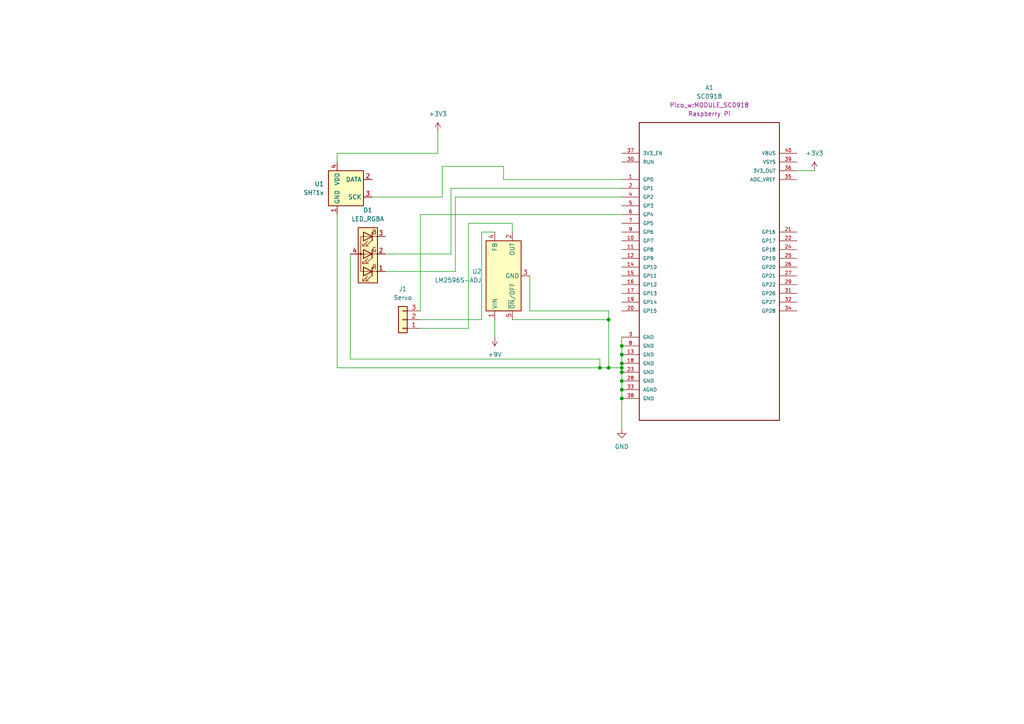
<source format=kicad_sch>
(kicad_sch
	(version 20231120)
	(generator "eeschema")
	(generator_version "8.0")
	(uuid "4e36d84e-2ea3-4de4-94d4-b5ecfd10398f")
	(paper "A4")
	(lib_symbols
		(symbol "Connector_Generic:Conn_01x03"
			(pin_names
				(offset 1.016) hide)
			(exclude_from_sim no)
			(in_bom yes)
			(on_board yes)
			(property "Reference" "J"
				(at 0 5.08 0)
				(effects
					(font
						(size 1.27 1.27)
					)
				)
			)
			(property "Value" "Conn_01x03"
				(at 0 -5.08 0)
				(effects
					(font
						(size 1.27 1.27)
					)
				)
			)
			(property "Footprint" ""
				(at 0 0 0)
				(effects
					(font
						(size 1.27 1.27)
					)
					(hide yes)
				)
			)
			(property "Datasheet" "~"
				(at 0 0 0)
				(effects
					(font
						(size 1.27 1.27)
					)
					(hide yes)
				)
			)
			(property "Description" "Generic connector, single row, 01x03, script generated (kicad-library-utils/schlib/autogen/connector/)"
				(at 0 0 0)
				(effects
					(font
						(size 1.27 1.27)
					)
					(hide yes)
				)
			)
			(property "ki_keywords" "connector"
				(at 0 0 0)
				(effects
					(font
						(size 1.27 1.27)
					)
					(hide yes)
				)
			)
			(property "ki_fp_filters" "Connector*:*_1x??_*"
				(at 0 0 0)
				(effects
					(font
						(size 1.27 1.27)
					)
					(hide yes)
				)
			)
			(symbol "Conn_01x03_1_1"
				(rectangle
					(start -1.27 -2.413)
					(end 0 -2.667)
					(stroke
						(width 0.1524)
						(type default)
					)
					(fill
						(type none)
					)
				)
				(rectangle
					(start -1.27 0.127)
					(end 0 -0.127)
					(stroke
						(width 0.1524)
						(type default)
					)
					(fill
						(type none)
					)
				)
				(rectangle
					(start -1.27 2.667)
					(end 0 2.413)
					(stroke
						(width 0.1524)
						(type default)
					)
					(fill
						(type none)
					)
				)
				(rectangle
					(start -1.27 3.81)
					(end 1.27 -3.81)
					(stroke
						(width 0.254)
						(type default)
					)
					(fill
						(type background)
					)
				)
				(pin passive line
					(at -5.08 2.54 0)
					(length 3.81)
					(name "Pin_1"
						(effects
							(font
								(size 1.27 1.27)
							)
						)
					)
					(number "1"
						(effects
							(font
								(size 1.27 1.27)
							)
						)
					)
				)
				(pin passive line
					(at -5.08 0 0)
					(length 3.81)
					(name "Pin_2"
						(effects
							(font
								(size 1.27 1.27)
							)
						)
					)
					(number "2"
						(effects
							(font
								(size 1.27 1.27)
							)
						)
					)
				)
				(pin passive line
					(at -5.08 -2.54 0)
					(length 3.81)
					(name "Pin_3"
						(effects
							(font
								(size 1.27 1.27)
							)
						)
					)
					(number "3"
						(effects
							(font
								(size 1.27 1.27)
							)
						)
					)
				)
			)
		)
		(symbol "Device:LED_RGBA"
			(pin_names
				(offset 0) hide)
			(exclude_from_sim no)
			(in_bom yes)
			(on_board yes)
			(property "Reference" "D"
				(at 0 9.398 0)
				(effects
					(font
						(size 1.27 1.27)
					)
				)
			)
			(property "Value" "LED_RGBA"
				(at 0 -8.89 0)
				(effects
					(font
						(size 1.27 1.27)
					)
				)
			)
			(property "Footprint" ""
				(at 0 -1.27 0)
				(effects
					(font
						(size 1.27 1.27)
					)
					(hide yes)
				)
			)
			(property "Datasheet" "~"
				(at 0 -1.27 0)
				(effects
					(font
						(size 1.27 1.27)
					)
					(hide yes)
				)
			)
			(property "Description" "RGB LED, red/green/blue/anode"
				(at 0 0 0)
				(effects
					(font
						(size 1.27 1.27)
					)
					(hide yes)
				)
			)
			(property "ki_keywords" "LED RGB diode"
				(at 0 0 0)
				(effects
					(font
						(size 1.27 1.27)
					)
					(hide yes)
				)
			)
			(property "ki_fp_filters" "LED* LED_SMD:* LED_THT:*"
				(at 0 0 0)
				(effects
					(font
						(size 1.27 1.27)
					)
					(hide yes)
				)
			)
			(symbol "LED_RGBA_0_0"
				(text "B"
					(at -1.905 -6.35 0)
					(effects
						(font
							(size 1.27 1.27)
						)
					)
				)
				(text "G"
					(at -1.905 -1.27 0)
					(effects
						(font
							(size 1.27 1.27)
						)
					)
				)
				(text "R"
					(at -1.905 3.81 0)
					(effects
						(font
							(size 1.27 1.27)
						)
					)
				)
			)
			(symbol "LED_RGBA_0_1"
				(polyline
					(pts
						(xy -1.27 -5.08) (xy -2.54 -5.08)
					)
					(stroke
						(width 0)
						(type default)
					)
					(fill
						(type none)
					)
				)
				(polyline
					(pts
						(xy -1.27 -5.08) (xy 1.27 -5.08)
					)
					(stroke
						(width 0)
						(type default)
					)
					(fill
						(type none)
					)
				)
				(polyline
					(pts
						(xy -1.27 -3.81) (xy -1.27 -6.35)
					)
					(stroke
						(width 0.254)
						(type default)
					)
					(fill
						(type none)
					)
				)
				(polyline
					(pts
						(xy -1.27 0) (xy -2.54 0)
					)
					(stroke
						(width 0)
						(type default)
					)
					(fill
						(type none)
					)
				)
				(polyline
					(pts
						(xy -1.27 1.27) (xy -1.27 -1.27)
					)
					(stroke
						(width 0.254)
						(type default)
					)
					(fill
						(type none)
					)
				)
				(polyline
					(pts
						(xy -1.27 5.08) (xy -2.54 5.08)
					)
					(stroke
						(width 0)
						(type default)
					)
					(fill
						(type none)
					)
				)
				(polyline
					(pts
						(xy -1.27 5.08) (xy 1.27 5.08)
					)
					(stroke
						(width 0)
						(type default)
					)
					(fill
						(type none)
					)
				)
				(polyline
					(pts
						(xy -1.27 6.35) (xy -1.27 3.81)
					)
					(stroke
						(width 0.254)
						(type default)
					)
					(fill
						(type none)
					)
				)
				(polyline
					(pts
						(xy 1.27 0) (xy -1.27 0)
					)
					(stroke
						(width 0)
						(type default)
					)
					(fill
						(type none)
					)
				)
				(polyline
					(pts
						(xy 1.27 0) (xy 2.54 0)
					)
					(stroke
						(width 0)
						(type default)
					)
					(fill
						(type none)
					)
				)
				(polyline
					(pts
						(xy -1.27 1.27) (xy -1.27 -1.27) (xy -1.27 -1.27)
					)
					(stroke
						(width 0)
						(type default)
					)
					(fill
						(type none)
					)
				)
				(polyline
					(pts
						(xy -1.27 6.35) (xy -1.27 3.81) (xy -1.27 3.81)
					)
					(stroke
						(width 0)
						(type default)
					)
					(fill
						(type none)
					)
				)
				(polyline
					(pts
						(xy 1.27 -5.08) (xy 2.032 -5.08) (xy 2.032 5.08) (xy 1.27 5.08)
					)
					(stroke
						(width 0)
						(type default)
					)
					(fill
						(type none)
					)
				)
				(polyline
					(pts
						(xy 1.27 -3.81) (xy 1.27 -6.35) (xy -1.27 -5.08) (xy 1.27 -3.81)
					)
					(stroke
						(width 0.254)
						(type default)
					)
					(fill
						(type none)
					)
				)
				(polyline
					(pts
						(xy 1.27 1.27) (xy 1.27 -1.27) (xy -1.27 0) (xy 1.27 1.27)
					)
					(stroke
						(width 0.254)
						(type default)
					)
					(fill
						(type none)
					)
				)
				(polyline
					(pts
						(xy 1.27 6.35) (xy 1.27 3.81) (xy -1.27 5.08) (xy 1.27 6.35)
					)
					(stroke
						(width 0.254)
						(type default)
					)
					(fill
						(type none)
					)
				)
				(polyline
					(pts
						(xy -1.016 -3.81) (xy 0.508 -2.286) (xy -0.254 -2.286) (xy 0.508 -2.286) (xy 0.508 -3.048)
					)
					(stroke
						(width 0)
						(type default)
					)
					(fill
						(type none)
					)
				)
				(polyline
					(pts
						(xy -1.016 1.27) (xy 0.508 2.794) (xy -0.254 2.794) (xy 0.508 2.794) (xy 0.508 2.032)
					)
					(stroke
						(width 0)
						(type default)
					)
					(fill
						(type none)
					)
				)
				(polyline
					(pts
						(xy -1.016 6.35) (xy 0.508 7.874) (xy -0.254 7.874) (xy 0.508 7.874) (xy 0.508 7.112)
					)
					(stroke
						(width 0)
						(type default)
					)
					(fill
						(type none)
					)
				)
				(polyline
					(pts
						(xy 0 -3.81) (xy 1.524 -2.286) (xy 0.762 -2.286) (xy 1.524 -2.286) (xy 1.524 -3.048)
					)
					(stroke
						(width 0)
						(type default)
					)
					(fill
						(type none)
					)
				)
				(polyline
					(pts
						(xy 0 1.27) (xy 1.524 2.794) (xy 0.762 2.794) (xy 1.524 2.794) (xy 1.524 2.032)
					)
					(stroke
						(width 0)
						(type default)
					)
					(fill
						(type none)
					)
				)
				(polyline
					(pts
						(xy 0 6.35) (xy 1.524 7.874) (xy 0.762 7.874) (xy 1.524 7.874) (xy 1.524 7.112)
					)
					(stroke
						(width 0)
						(type default)
					)
					(fill
						(type none)
					)
				)
				(rectangle
					(start 1.27 -1.27)
					(end 1.27 1.27)
					(stroke
						(width 0)
						(type default)
					)
					(fill
						(type none)
					)
				)
				(rectangle
					(start 1.27 1.27)
					(end 1.27 1.27)
					(stroke
						(width 0)
						(type default)
					)
					(fill
						(type none)
					)
				)
				(rectangle
					(start 1.27 3.81)
					(end 1.27 6.35)
					(stroke
						(width 0)
						(type default)
					)
					(fill
						(type none)
					)
				)
				(rectangle
					(start 1.27 6.35)
					(end 1.27 6.35)
					(stroke
						(width 0)
						(type default)
					)
					(fill
						(type none)
					)
				)
				(circle
					(center 2.032 0)
					(radius 0.254)
					(stroke
						(width 0)
						(type default)
					)
					(fill
						(type outline)
					)
				)
				(rectangle
					(start 2.794 8.382)
					(end -2.794 -7.62)
					(stroke
						(width 0.254)
						(type default)
					)
					(fill
						(type background)
					)
				)
			)
			(symbol "LED_RGBA_1_1"
				(pin passive line
					(at -5.08 5.08 0)
					(length 2.54)
					(name "RK"
						(effects
							(font
								(size 1.27 1.27)
							)
						)
					)
					(number "1"
						(effects
							(font
								(size 1.27 1.27)
							)
						)
					)
				)
				(pin passive line
					(at -5.08 0 0)
					(length 2.54)
					(name "GK"
						(effects
							(font
								(size 1.27 1.27)
							)
						)
					)
					(number "2"
						(effects
							(font
								(size 1.27 1.27)
							)
						)
					)
				)
				(pin passive line
					(at -5.08 -5.08 0)
					(length 2.54)
					(name "BK"
						(effects
							(font
								(size 1.27 1.27)
							)
						)
					)
					(number "3"
						(effects
							(font
								(size 1.27 1.27)
							)
						)
					)
				)
				(pin passive line
					(at 5.08 0 180)
					(length 2.54)
					(name "A"
						(effects
							(font
								(size 1.27 1.27)
							)
						)
					)
					(number "4"
						(effects
							(font
								(size 1.27 1.27)
							)
						)
					)
				)
			)
		)
		(symbol "Pico_w:SC0918"
			(pin_names
				(offset 1.016)
			)
			(exclude_from_sim no)
			(in_bom yes)
			(on_board yes)
			(property "Reference" "A1"
				(at 0 58.42 0)
				(effects
					(font
						(size 1.27 1.27)
					)
				)
			)
			(property "Value" "SC0918"
				(at 0 55.88 0)
				(effects
					(font
						(size 1.27 1.27)
					)
				)
			)
			(property "Footprint" "Pico_w:MODULE_SC0918"
				(at -12.7 -46.99 0)
				(effects
					(font
						(size 1.27 1.27)
					)
					(justify bottom)
				)
			)
			(property "Datasheet" "https://datasheets.raspberrypi.com/picow/pico-w-datasheet.pdf"
				(at -26.67 -49.53 0)
				(effects
					(font
						(size 1.27 1.27)
					)
					(justify left bottom)
					(hide yes)
				)
			)
			(property "Description" ""
				(at 0 0 0)
				(effects
					(font
						(size 1.27 1.27)
					)
					(hide yes)
				)
			)
			(property "manufacturer" "Raspberry Pi"
				(at 0 53.34 0)
				(effects
					(font
						(size 1.27 1.27)
					)
				)
			)
			(property "P/N" "SC0918"
				(at 0 50.8 0)
				(effects
					(font
						(size 1.27 1.27)
					)
					(hide yes)
				)
			)
			(property "PARTREV" "1.6"
				(at 0 48.26 0)
				(effects
					(font
						(size 1.27 1.27)
					)
					(hide yes)
				)
			)
			(property "MAXIMUM_PACKAGE_HEIGHT" "3.73mm"
				(at 0 45.72 0)
				(effects
					(font
						(size 1.27 1.27)
					)
					(hide yes)
				)
			)
			(symbol "SC0918_0_0"
				(rectangle
					(start -20.32 -43.18)
					(end 20.32 43.18)
					(stroke
						(width 0.254)
						(type default)
					)
					(fill
						(type none)
					)
				)
				(pin bidirectional line
					(at -25.4 26.67 0)
					(length 5.08)
					(name "GP0"
						(effects
							(font
								(size 1.016 1.016)
							)
						)
					)
					(number "1"
						(effects
							(font
								(size 1.016 1.016)
							)
						)
					)
				)
				(pin bidirectional line
					(at -25.4 8.89 0)
					(length 5.08)
					(name "GP7"
						(effects
							(font
								(size 1.016 1.016)
							)
						)
					)
					(number "10"
						(effects
							(font
								(size 1.016 1.016)
							)
						)
					)
				)
				(pin bidirectional line
					(at -25.4 6.35 0)
					(length 5.08)
					(name "GP8"
						(effects
							(font
								(size 1.016 1.016)
							)
						)
					)
					(number "11"
						(effects
							(font
								(size 1.016 1.016)
							)
						)
					)
				)
				(pin bidirectional line
					(at -25.4 3.81 0)
					(length 5.08)
					(name "GP9"
						(effects
							(font
								(size 1.016 1.016)
							)
						)
					)
					(number "12"
						(effects
							(font
								(size 1.016 1.016)
							)
						)
					)
				)
				(pin power_in line
					(at -25.4 -24.13 0)
					(length 5.08)
					(name "GND"
						(effects
							(font
								(size 1.016 1.016)
							)
						)
					)
					(number "13"
						(effects
							(font
								(size 1.016 1.016)
							)
						)
					)
				)
				(pin bidirectional line
					(at -25.4 1.27 0)
					(length 5.08)
					(name "GP10"
						(effects
							(font
								(size 1.016 1.016)
							)
						)
					)
					(number "14"
						(effects
							(font
								(size 1.016 1.016)
							)
						)
					)
				)
				(pin bidirectional line
					(at -25.4 -1.27 0)
					(length 5.08)
					(name "GP11"
						(effects
							(font
								(size 1.016 1.016)
							)
						)
					)
					(number "15"
						(effects
							(font
								(size 1.016 1.016)
							)
						)
					)
				)
				(pin bidirectional line
					(at -25.4 -3.81 0)
					(length 5.08)
					(name "GP12"
						(effects
							(font
								(size 1.016 1.016)
							)
						)
					)
					(number "16"
						(effects
							(font
								(size 1.016 1.016)
							)
						)
					)
				)
				(pin bidirectional line
					(at -25.4 -6.35 0)
					(length 5.08)
					(name "GP13"
						(effects
							(font
								(size 1.016 1.016)
							)
						)
					)
					(number "17"
						(effects
							(font
								(size 1.016 1.016)
							)
						)
					)
				)
				(pin power_in line
					(at -25.4 -26.67 0)
					(length 5.08)
					(name "GND"
						(effects
							(font
								(size 1.016 1.016)
							)
						)
					)
					(number "18"
						(effects
							(font
								(size 1.016 1.016)
							)
						)
					)
				)
				(pin bidirectional line
					(at -25.4 -8.89 0)
					(length 5.08)
					(name "GP14"
						(effects
							(font
								(size 1.016 1.016)
							)
						)
					)
					(number "19"
						(effects
							(font
								(size 1.016 1.016)
							)
						)
					)
				)
				(pin bidirectional line
					(at -25.4 24.13 0)
					(length 5.08)
					(name "GP1"
						(effects
							(font
								(size 1.016 1.016)
							)
						)
					)
					(number "2"
						(effects
							(font
								(size 1.016 1.016)
							)
						)
					)
				)
				(pin bidirectional line
					(at -25.4 -11.43 0)
					(length 5.08)
					(name "GP15"
						(effects
							(font
								(size 1.016 1.016)
							)
						)
					)
					(number "20"
						(effects
							(font
								(size 1.016 1.016)
							)
						)
					)
				)
				(pin bidirectional line
					(at 25.4 11.43 180)
					(length 5.08)
					(name "GP16"
						(effects
							(font
								(size 1.016 1.016)
							)
						)
					)
					(number "21"
						(effects
							(font
								(size 1.016 1.016)
							)
						)
					)
				)
				(pin bidirectional line
					(at 25.4 8.89 180)
					(length 5.08)
					(name "GP17"
						(effects
							(font
								(size 1.016 1.016)
							)
						)
					)
					(number "22"
						(effects
							(font
								(size 1.016 1.016)
							)
						)
					)
				)
				(pin power_in line
					(at -25.4 -29.21 0)
					(length 5.08)
					(name "GND"
						(effects
							(font
								(size 1.016 1.016)
							)
						)
					)
					(number "23"
						(effects
							(font
								(size 1.016 1.016)
							)
						)
					)
				)
				(pin bidirectional line
					(at 25.4 6.35 180)
					(length 5.08)
					(name "GP18"
						(effects
							(font
								(size 1.016 1.016)
							)
						)
					)
					(number "24"
						(effects
							(font
								(size 1.016 1.016)
							)
						)
					)
				)
				(pin bidirectional line
					(at 25.4 3.81 180)
					(length 5.08)
					(name "GP19"
						(effects
							(font
								(size 1.016 1.016)
							)
						)
					)
					(number "25"
						(effects
							(font
								(size 1.016 1.016)
							)
						)
					)
				)
				(pin bidirectional line
					(at 25.4 1.27 180)
					(length 5.08)
					(name "GP20"
						(effects
							(font
								(size 1.016 1.016)
							)
						)
					)
					(number "26"
						(effects
							(font
								(size 1.016 1.016)
							)
						)
					)
				)
				(pin bidirectional line
					(at 25.4 -1.27 180)
					(length 5.08)
					(name "GP21"
						(effects
							(font
								(size 1.016 1.016)
							)
						)
					)
					(number "27"
						(effects
							(font
								(size 1.016 1.016)
							)
						)
					)
				)
				(pin power_in line
					(at -25.4 -31.75 0)
					(length 5.08)
					(name "GND"
						(effects
							(font
								(size 1.016 1.016)
							)
						)
					)
					(number "28"
						(effects
							(font
								(size 1.016 1.016)
							)
						)
					)
				)
				(pin bidirectional line
					(at 25.4 -3.81 180)
					(length 5.08)
					(name "GP22"
						(effects
							(font
								(size 1.016 1.016)
							)
						)
					)
					(number "29"
						(effects
							(font
								(size 1.016 1.016)
							)
						)
					)
				)
				(pin power_in line
					(at -25.4 -19.05 0)
					(length 5.08)
					(name "GND"
						(effects
							(font
								(size 1.016 1.016)
							)
						)
					)
					(number "3"
						(effects
							(font
								(size 1.016 1.016)
							)
						)
					)
				)
				(pin input line
					(at -25.4 31.75 0)
					(length 5.08)
					(name "RUN"
						(effects
							(font
								(size 1.016 1.016)
							)
						)
					)
					(number "30"
						(effects
							(font
								(size 1.016 1.016)
							)
						)
					)
				)
				(pin bidirectional line
					(at 25.4 -6.35 180)
					(length 5.08)
					(name "GP26"
						(effects
							(font
								(size 1.016 1.016)
							)
						)
					)
					(number "31"
						(effects
							(font
								(size 1.016 1.016)
							)
						)
					)
				)
				(pin bidirectional line
					(at 25.4 -8.89 180)
					(length 5.08)
					(name "GP27"
						(effects
							(font
								(size 1.016 1.016)
							)
						)
					)
					(number "32"
						(effects
							(font
								(size 1.016 1.016)
							)
						)
					)
				)
				(pin power_in line
					(at -25.4 -34.29 0)
					(length 5.08)
					(name "AGND"
						(effects
							(font
								(size 1.016 1.016)
							)
						)
					)
					(number "33"
						(effects
							(font
								(size 1.016 1.016)
							)
						)
					)
				)
				(pin bidirectional line
					(at 25.4 -11.43 180)
					(length 5.08)
					(name "GP28"
						(effects
							(font
								(size 1.016 1.016)
							)
						)
					)
					(number "34"
						(effects
							(font
								(size 1.016 1.016)
							)
						)
					)
				)
				(pin power_in line
					(at 25.4 26.67 180)
					(length 5.08)
					(name "ADC_VREF"
						(effects
							(font
								(size 1.016 1.016)
							)
						)
					)
					(number "35"
						(effects
							(font
								(size 1.016 1.016)
							)
						)
					)
				)
				(pin power_in line
					(at 25.4 29.21 180)
					(length 5.08)
					(name "3V3_OUT"
						(effects
							(font
								(size 1.016 1.016)
							)
						)
					)
					(number "36"
						(effects
							(font
								(size 1.016 1.016)
							)
						)
					)
				)
				(pin input line
					(at -25.4 34.29 0)
					(length 5.08)
					(name "3V3_EN"
						(effects
							(font
								(size 1.016 1.016)
							)
						)
					)
					(number "37"
						(effects
							(font
								(size 1.016 1.016)
							)
						)
					)
				)
				(pin power_in line
					(at -25.4 -36.83 0)
					(length 5.08)
					(name "GND"
						(effects
							(font
								(size 1.016 1.016)
							)
						)
					)
					(number "38"
						(effects
							(font
								(size 1.016 1.016)
							)
						)
					)
				)
				(pin free line
					(at 25.4 31.75 180)
					(length 5.08)
					(name "VSYS"
						(effects
							(font
								(size 1.016 1.016)
							)
						)
					)
					(number "39"
						(effects
							(font
								(size 1.016 1.016)
							)
						)
					)
				)
				(pin bidirectional line
					(at -25.4 21.59 0)
					(length 5.08)
					(name "GP2"
						(effects
							(font
								(size 1.016 1.016)
							)
						)
					)
					(number "4"
						(effects
							(font
								(size 1.016 1.016)
							)
						)
					)
				)
				(pin free line
					(at 25.4 34.29 180)
					(length 5.08)
					(name "VBUS"
						(effects
							(font
								(size 1.016 1.016)
							)
						)
					)
					(number "40"
						(effects
							(font
								(size 1.016 1.016)
							)
						)
					)
				)
				(pin bidirectional line
					(at -25.4 19.05 0)
					(length 5.08)
					(name "GP3"
						(effects
							(font
								(size 1.016 1.016)
							)
						)
					)
					(number "5"
						(effects
							(font
								(size 1.016 1.016)
							)
						)
					)
				)
				(pin bidirectional line
					(at -25.4 16.51 0)
					(length 5.08)
					(name "GP4"
						(effects
							(font
								(size 1.016 1.016)
							)
						)
					)
					(number "6"
						(effects
							(font
								(size 1.016 1.016)
							)
						)
					)
				)
				(pin bidirectional line
					(at -25.4 13.97 0)
					(length 5.08)
					(name "GP5"
						(effects
							(font
								(size 1.016 1.016)
							)
						)
					)
					(number "7"
						(effects
							(font
								(size 1.016 1.016)
							)
						)
					)
				)
				(pin power_in line
					(at -25.4 -21.59 0)
					(length 5.08)
					(name "GND"
						(effects
							(font
								(size 1.016 1.016)
							)
						)
					)
					(number "8"
						(effects
							(font
								(size 1.016 1.016)
							)
						)
					)
				)
				(pin bidirectional line
					(at -25.4 11.43 0)
					(length 5.08)
					(name "GP6"
						(effects
							(font
								(size 1.016 1.016)
							)
						)
					)
					(number "9"
						(effects
							(font
								(size 1.016 1.016)
							)
						)
					)
				)
			)
		)
		(symbol "Regulator_Switching:LM2596S-ADJ"
			(exclude_from_sim no)
			(in_bom yes)
			(on_board yes)
			(property "Reference" "U"
				(at -10.16 6.35 0)
				(effects
					(font
						(size 1.27 1.27)
					)
					(justify left)
				)
			)
			(property "Value" "LM2596S-ADJ"
				(at 0 6.35 0)
				(effects
					(font
						(size 1.27 1.27)
					)
					(justify left)
				)
			)
			(property "Footprint" "Package_TO_SOT_SMD:TO-263-5_TabPin3"
				(at 1.27 -6.35 0)
				(effects
					(font
						(size 1.27 1.27)
						(italic yes)
					)
					(justify left)
					(hide yes)
				)
			)
			(property "Datasheet" "http://www.ti.com/lit/ds/symlink/lm2596.pdf"
				(at 0 0 0)
				(effects
					(font
						(size 1.27 1.27)
					)
					(hide yes)
				)
			)
			(property "Description" "Adjustable 3A Step-Down Voltage Regulator, TO-263"
				(at 0 0 0)
				(effects
					(font
						(size 1.27 1.27)
					)
					(hide yes)
				)
			)
			(property "ki_keywords" "Step-Down Voltage Regulator Adjustable 3A"
				(at 0 0 0)
				(effects
					(font
						(size 1.27 1.27)
					)
					(hide yes)
				)
			)
			(property "ki_fp_filters" "TO?263*"
				(at 0 0 0)
				(effects
					(font
						(size 1.27 1.27)
					)
					(hide yes)
				)
			)
			(symbol "LM2596S-ADJ_0_1"
				(rectangle
					(start -10.16 5.08)
					(end 10.16 -5.08)
					(stroke
						(width 0.254)
						(type default)
					)
					(fill
						(type background)
					)
				)
			)
			(symbol "LM2596S-ADJ_1_1"
				(pin power_in line
					(at -12.7 2.54 0)
					(length 2.54)
					(name "VIN"
						(effects
							(font
								(size 1.27 1.27)
							)
						)
					)
					(number "1"
						(effects
							(font
								(size 1.27 1.27)
							)
						)
					)
				)
				(pin output line
					(at 12.7 -2.54 180)
					(length 2.54)
					(name "OUT"
						(effects
							(font
								(size 1.27 1.27)
							)
						)
					)
					(number "2"
						(effects
							(font
								(size 1.27 1.27)
							)
						)
					)
				)
				(pin power_in line
					(at 0 -7.62 90)
					(length 2.54)
					(name "GND"
						(effects
							(font
								(size 1.27 1.27)
							)
						)
					)
					(number "3"
						(effects
							(font
								(size 1.27 1.27)
							)
						)
					)
				)
				(pin input line
					(at 12.7 2.54 180)
					(length 2.54)
					(name "FB"
						(effects
							(font
								(size 1.27 1.27)
							)
						)
					)
					(number "4"
						(effects
							(font
								(size 1.27 1.27)
							)
						)
					)
				)
				(pin input line
					(at -12.7 -2.54 0)
					(length 2.54)
					(name "~{ON}/OFF"
						(effects
							(font
								(size 1.27 1.27)
							)
						)
					)
					(number "5"
						(effects
							(font
								(size 1.27 1.27)
							)
						)
					)
				)
			)
		)
		(symbol "Sensor:SHT1x"
			(exclude_from_sim no)
			(in_bom yes)
			(on_board yes)
			(property "Reference" "U"
				(at 3.81 6.35 0)
				(effects
					(font
						(size 1.27 1.27)
					)
				)
			)
			(property "Value" "SHT1x"
				(at 2.54 -6.35 0)
				(effects
					(font
						(size 1.27 1.27)
					)
				)
			)
			(property "Footprint" "Sensor:SHT1x"
				(at 3.81 6.35 0)
				(effects
					(font
						(size 1.27 1.27)
					)
					(hide yes)
				)
			)
			(property "Datasheet" "https://www.sensirion.com/fileadmin/user_upload/customers/sensirion/Dokumente/0_Datasheets/Humidity/Sensirion_Humidity_Sensors_SHT1x_Datasheet.pdf"
				(at 3.81 6.35 0)
				(effects
					(font
						(size 1.27 1.27)
					)
					(hide yes)
				)
			)
			(property "Description" "Temperature and humidity module"
				(at 0 0 0)
				(effects
					(font
						(size 1.27 1.27)
					)
					(hide yes)
				)
			)
			(property "ki_keywords" "digital temperature humidity sensor"
				(at 0 0 0)
				(effects
					(font
						(size 1.27 1.27)
					)
					(hide yes)
				)
			)
			(property "ki_fp_filters" "SHT1x*"
				(at 0 0 0)
				(effects
					(font
						(size 1.27 1.27)
					)
					(hide yes)
				)
			)
			(symbol "SHT1x_0_1"
				(rectangle
					(start -5.08 5.08)
					(end 5.08 -5.08)
					(stroke
						(width 0.254)
						(type default)
					)
					(fill
						(type background)
					)
				)
			)
			(symbol "SHT1x_1_1"
				(pin power_in line
					(at -2.54 -7.62 90)
					(length 2.54)
					(name "GND"
						(effects
							(font
								(size 1.27 1.27)
							)
						)
					)
					(number "1"
						(effects
							(font
								(size 1.27 1.27)
							)
						)
					)
				)
				(pin bidirectional line
					(at 7.62 2.54 180)
					(length 2.54)
					(name "DATA"
						(effects
							(font
								(size 1.27 1.27)
							)
						)
					)
					(number "2"
						(effects
							(font
								(size 1.27 1.27)
							)
						)
					)
				)
				(pin input line
					(at 7.62 -2.54 180)
					(length 2.54)
					(name "SCK"
						(effects
							(font
								(size 1.27 1.27)
							)
						)
					)
					(number "3"
						(effects
							(font
								(size 1.27 1.27)
							)
						)
					)
				)
				(pin power_in line
					(at -2.54 7.62 270)
					(length 2.54)
					(name "VDD"
						(effects
							(font
								(size 1.27 1.27)
							)
						)
					)
					(number "4"
						(effects
							(font
								(size 1.27 1.27)
							)
						)
					)
				)
			)
		)
		(symbol "power:+3V3"
			(power)
			(pin_numbers hide)
			(pin_names
				(offset 0) hide)
			(exclude_from_sim no)
			(in_bom yes)
			(on_board yes)
			(property "Reference" "#PWR"
				(at 0 -3.81 0)
				(effects
					(font
						(size 1.27 1.27)
					)
					(hide yes)
				)
			)
			(property "Value" "+3V3"
				(at 0 3.556 0)
				(effects
					(font
						(size 1.27 1.27)
					)
				)
			)
			(property "Footprint" ""
				(at 0 0 0)
				(effects
					(font
						(size 1.27 1.27)
					)
					(hide yes)
				)
			)
			(property "Datasheet" ""
				(at 0 0 0)
				(effects
					(font
						(size 1.27 1.27)
					)
					(hide yes)
				)
			)
			(property "Description" "Power symbol creates a global label with name \"+3V3\""
				(at 0 0 0)
				(effects
					(font
						(size 1.27 1.27)
					)
					(hide yes)
				)
			)
			(property "ki_keywords" "global power"
				(at 0 0 0)
				(effects
					(font
						(size 1.27 1.27)
					)
					(hide yes)
				)
			)
			(symbol "+3V3_0_1"
				(polyline
					(pts
						(xy -0.762 1.27) (xy 0 2.54)
					)
					(stroke
						(width 0)
						(type default)
					)
					(fill
						(type none)
					)
				)
				(polyline
					(pts
						(xy 0 0) (xy 0 2.54)
					)
					(stroke
						(width 0)
						(type default)
					)
					(fill
						(type none)
					)
				)
				(polyline
					(pts
						(xy 0 2.54) (xy 0.762 1.27)
					)
					(stroke
						(width 0)
						(type default)
					)
					(fill
						(type none)
					)
				)
			)
			(symbol "+3V3_1_1"
				(pin power_in line
					(at 0 0 90)
					(length 0)
					(name "~"
						(effects
							(font
								(size 1.27 1.27)
							)
						)
					)
					(number "1"
						(effects
							(font
								(size 1.27 1.27)
							)
						)
					)
				)
			)
		)
		(symbol "power:+9V"
			(power)
			(pin_numbers hide)
			(pin_names
				(offset 0) hide)
			(exclude_from_sim no)
			(in_bom yes)
			(on_board yes)
			(property "Reference" "#PWR"
				(at 0 -3.81 0)
				(effects
					(font
						(size 1.27 1.27)
					)
					(hide yes)
				)
			)
			(property "Value" "+9V"
				(at 0 3.556 0)
				(effects
					(font
						(size 1.27 1.27)
					)
				)
			)
			(property "Footprint" ""
				(at 0 0 0)
				(effects
					(font
						(size 1.27 1.27)
					)
					(hide yes)
				)
			)
			(property "Datasheet" ""
				(at 0 0 0)
				(effects
					(font
						(size 1.27 1.27)
					)
					(hide yes)
				)
			)
			(property "Description" "Power symbol creates a global label with name \"+9V\""
				(at 0 0 0)
				(effects
					(font
						(size 1.27 1.27)
					)
					(hide yes)
				)
			)
			(property "ki_keywords" "global power"
				(at 0 0 0)
				(effects
					(font
						(size 1.27 1.27)
					)
					(hide yes)
				)
			)
			(symbol "+9V_0_1"
				(polyline
					(pts
						(xy -0.762 1.27) (xy 0 2.54)
					)
					(stroke
						(width 0)
						(type default)
					)
					(fill
						(type none)
					)
				)
				(polyline
					(pts
						(xy 0 0) (xy 0 2.54)
					)
					(stroke
						(width 0)
						(type default)
					)
					(fill
						(type none)
					)
				)
				(polyline
					(pts
						(xy 0 2.54) (xy 0.762 1.27)
					)
					(stroke
						(width 0)
						(type default)
					)
					(fill
						(type none)
					)
				)
			)
			(symbol "+9V_1_1"
				(pin power_in line
					(at 0 0 90)
					(length 0)
					(name "~"
						(effects
							(font
								(size 1.27 1.27)
							)
						)
					)
					(number "1"
						(effects
							(font
								(size 1.27 1.27)
							)
						)
					)
				)
			)
		)
		(symbol "power:GND"
			(power)
			(pin_numbers hide)
			(pin_names
				(offset 0) hide)
			(exclude_from_sim no)
			(in_bom yes)
			(on_board yes)
			(property "Reference" "#PWR"
				(at 0 -6.35 0)
				(effects
					(font
						(size 1.27 1.27)
					)
					(hide yes)
				)
			)
			(property "Value" "GND"
				(at 0 -3.81 0)
				(effects
					(font
						(size 1.27 1.27)
					)
				)
			)
			(property "Footprint" ""
				(at 0 0 0)
				(effects
					(font
						(size 1.27 1.27)
					)
					(hide yes)
				)
			)
			(property "Datasheet" ""
				(at 0 0 0)
				(effects
					(font
						(size 1.27 1.27)
					)
					(hide yes)
				)
			)
			(property "Description" "Power symbol creates a global label with name \"GND\" , ground"
				(at 0 0 0)
				(effects
					(font
						(size 1.27 1.27)
					)
					(hide yes)
				)
			)
			(property "ki_keywords" "global power"
				(at 0 0 0)
				(effects
					(font
						(size 1.27 1.27)
					)
					(hide yes)
				)
			)
			(symbol "GND_0_1"
				(polyline
					(pts
						(xy 0 0) (xy 0 -1.27) (xy 1.27 -1.27) (xy 0 -2.54) (xy -1.27 -1.27) (xy 0 -1.27)
					)
					(stroke
						(width 0)
						(type default)
					)
					(fill
						(type none)
					)
				)
			)
			(symbol "GND_1_1"
				(pin power_in line
					(at 0 0 270)
					(length 0)
					(name "~"
						(effects
							(font
								(size 1.27 1.27)
							)
						)
					)
					(number "1"
						(effects
							(font
								(size 1.27 1.27)
							)
						)
					)
				)
			)
		)
	)
	(junction
		(at 180.34 106.68)
		(diameter 0)
		(color 0 0 0 0)
		(uuid "02ac0faa-f1d5-465a-895b-0a53c81cdb40")
	)
	(junction
		(at 176.53 92.71)
		(diameter 0)
		(color 0 0 0 0)
		(uuid "12dde0d9-d4b2-46ca-87f9-693b87637158")
	)
	(junction
		(at 180.34 113.03)
		(diameter 0)
		(color 0 0 0 0)
		(uuid "1d4ca72f-577d-4c80-932a-840d8e891899")
	)
	(junction
		(at 180.34 102.87)
		(diameter 0)
		(color 0 0 0 0)
		(uuid "2e2d5afb-88ab-4115-a339-f54a7921aede")
	)
	(junction
		(at 180.34 105.41)
		(diameter 0)
		(color 0 0 0 0)
		(uuid "42afc902-df6c-47f2-9be6-fe78649d6540")
	)
	(junction
		(at 176.53 106.68)
		(diameter 0)
		(color 0 0 0 0)
		(uuid "7626a569-8168-463e-b251-6bf571a96964")
	)
	(junction
		(at 180.34 110.49)
		(diameter 0)
		(color 0 0 0 0)
		(uuid "8b960969-f4c7-4d0d-a21d-c1ab6fda09d8")
	)
	(junction
		(at 180.34 115.57)
		(diameter 0)
		(color 0 0 0 0)
		(uuid "9e57f9d8-4a23-4f14-a357-1a143d5e3114")
	)
	(junction
		(at 173.99 106.68)
		(diameter 0)
		(color 0 0 0 0)
		(uuid "a7d2ad4c-beca-4c7d-9644-e34099dd1047")
	)
	(junction
		(at 180.34 100.33)
		(diameter 0)
		(color 0 0 0 0)
		(uuid "aee56728-d0d0-4efd-98bc-8225acbff773")
	)
	(junction
		(at 180.34 107.95)
		(diameter 0)
		(color 0 0 0 0)
		(uuid "c0f1bedb-7428-4dbb-b316-83014bd8cc3d")
	)
	(wire
		(pts
			(xy 128.27 48.26) (xy 128.27 57.15)
		)
		(stroke
			(width 0)
			(type default)
		)
		(uuid "030f86bb-09ba-4756-be15-f6941a718b93")
	)
	(wire
		(pts
			(xy 176.53 106.68) (xy 180.34 106.68)
		)
		(stroke
			(width 0)
			(type default)
		)
		(uuid "068d5c61-77ec-47ea-aa75-5faa5e4124c6")
	)
	(wire
		(pts
			(xy 180.34 107.95) (xy 180.34 110.49)
		)
		(stroke
			(width 0)
			(type default)
		)
		(uuid "0c54e190-02ff-4043-ac7c-59c85295dc0a")
	)
	(wire
		(pts
			(xy 139.7 67.31) (xy 143.51 67.31)
		)
		(stroke
			(width 0)
			(type default)
		)
		(uuid "1155da29-9914-4a11-87f0-6eace6294a5a")
	)
	(wire
		(pts
			(xy 173.99 106.68) (xy 176.53 106.68)
		)
		(stroke
			(width 0)
			(type default)
		)
		(uuid "13a7d3c2-ad1e-4cdf-8cd9-34abc6a3fe1b")
	)
	(wire
		(pts
			(xy 121.92 62.23) (xy 180.34 62.23)
		)
		(stroke
			(width 0)
			(type default)
		)
		(uuid "16983877-7418-427f-b134-267a1e4508f1")
	)
	(wire
		(pts
			(xy 148.59 64.77) (xy 148.59 67.31)
		)
		(stroke
			(width 0)
			(type default)
		)
		(uuid "19cce96d-0dc5-4598-aa81-f8e85a599793")
	)
	(wire
		(pts
			(xy 153.67 90.17) (xy 153.67 80.01)
		)
		(stroke
			(width 0)
			(type default)
		)
		(uuid "1caed481-107b-4904-b3df-f34e15e2b6b2")
	)
	(wire
		(pts
			(xy 180.34 113.03) (xy 180.34 115.57)
		)
		(stroke
			(width 0)
			(type default)
		)
		(uuid "22c16ba7-5313-461e-99b5-5144c5217292")
	)
	(wire
		(pts
			(xy 127 38.1) (xy 127 44.45)
		)
		(stroke
			(width 0)
			(type default)
		)
		(uuid "28073476-c9ee-44d9-924d-18189fbc0852")
	)
	(wire
		(pts
			(xy 180.34 100.33) (xy 180.34 102.87)
		)
		(stroke
			(width 0)
			(type default)
		)
		(uuid "30519ed4-d4e2-4425-b1ab-68d4c58376fc")
	)
	(wire
		(pts
			(xy 139.7 92.71) (xy 139.7 67.31)
		)
		(stroke
			(width 0)
			(type default)
		)
		(uuid "497e5a16-0f83-4656-8f7e-0d2f2a2bec62")
	)
	(wire
		(pts
			(xy 173.99 104.14) (xy 173.99 106.68)
		)
		(stroke
			(width 0)
			(type default)
		)
		(uuid "49a7ca7f-9fc9-47cb-a4ed-e418e6141b24")
	)
	(wire
		(pts
			(xy 153.67 90.17) (xy 176.53 90.17)
		)
		(stroke
			(width 0)
			(type default)
		)
		(uuid "54434bd1-5a0e-4045-8378-17f72faf2ab0")
	)
	(wire
		(pts
			(xy 128.27 57.15) (xy 107.95 57.15)
		)
		(stroke
			(width 0)
			(type default)
		)
		(uuid "6201700b-e75e-4495-a092-80cc9519f346")
	)
	(wire
		(pts
			(xy 97.79 46.99) (xy 97.79 44.45)
		)
		(stroke
			(width 0)
			(type default)
		)
		(uuid "6440bec0-c85f-4c52-b075-45e32a6921d8")
	)
	(wire
		(pts
			(xy 180.34 110.49) (xy 180.34 113.03)
		)
		(stroke
			(width 0)
			(type default)
		)
		(uuid "70c0bffd-9ef0-484a-b813-f0d4c93546b0")
	)
	(wire
		(pts
			(xy 180.34 106.68) (xy 180.34 107.95)
		)
		(stroke
			(width 0)
			(type default)
		)
		(uuid "71572d43-df15-441c-ad81-ec7f95e02691")
	)
	(wire
		(pts
			(xy 180.34 124.46) (xy 180.34 115.57)
		)
		(stroke
			(width 0)
			(type default)
		)
		(uuid "7673790a-ec42-4477-9f37-1116c480de57")
	)
	(wire
		(pts
			(xy 132.08 57.15) (xy 180.34 57.15)
		)
		(stroke
			(width 0)
			(type default)
		)
		(uuid "840a2fea-40f8-4f0d-bd00-8780bb971eda")
	)
	(wire
		(pts
			(xy 146.05 48.26) (xy 146.05 52.07)
		)
		(stroke
			(width 0)
			(type default)
		)
		(uuid "87a795a9-fe34-41f6-97d3-8c8db30eb90a")
	)
	(wire
		(pts
			(xy 132.08 78.74) (xy 132.08 57.15)
		)
		(stroke
			(width 0)
			(type default)
		)
		(uuid "882de7f4-2cd4-454f-be94-de205cf5061f")
	)
	(wire
		(pts
			(xy 121.92 92.71) (xy 139.7 92.71)
		)
		(stroke
			(width 0)
			(type default)
		)
		(uuid "8875839b-cf25-4ee0-87bd-fa7bf628fcce")
	)
	(wire
		(pts
			(xy 130.81 54.61) (xy 180.34 54.61)
		)
		(stroke
			(width 0)
			(type default)
		)
		(uuid "8a01c3d6-80a7-4db7-8c08-c34a6b6cc33b")
	)
	(wire
		(pts
			(xy 130.81 73.66) (xy 130.81 54.61)
		)
		(stroke
			(width 0)
			(type default)
		)
		(uuid "8b6f40ea-537c-4f57-95f9-6d91334751c8")
	)
	(wire
		(pts
			(xy 148.59 92.71) (xy 176.53 92.71)
		)
		(stroke
			(width 0)
			(type default)
		)
		(uuid "8c3fe2b1-96f8-4113-b345-76b0f389dfea")
	)
	(wire
		(pts
			(xy 231.14 49.53) (xy 236.22 49.53)
		)
		(stroke
			(width 0)
			(type default)
		)
		(uuid "946294e9-67dd-4967-b571-92e86c881a6b")
	)
	(wire
		(pts
			(xy 97.79 106.68) (xy 173.99 106.68)
		)
		(stroke
			(width 0)
			(type default)
		)
		(uuid "98b1b363-fcae-4ec6-849b-0e8099845e07")
	)
	(wire
		(pts
			(xy 111.76 73.66) (xy 130.81 73.66)
		)
		(stroke
			(width 0)
			(type default)
		)
		(uuid "99728428-5940-456e-ba90-7862830b8d74")
	)
	(wire
		(pts
			(xy 176.53 92.71) (xy 176.53 106.68)
		)
		(stroke
			(width 0)
			(type default)
		)
		(uuid "9c44f626-0575-44af-96e8-292c7f44e1cc")
	)
	(wire
		(pts
			(xy 135.89 95.25) (xy 135.89 64.77)
		)
		(stroke
			(width 0)
			(type default)
		)
		(uuid "a3d22fae-5773-4e92-85cb-175f945006c5")
	)
	(wire
		(pts
			(xy 101.6 73.66) (xy 101.6 104.14)
		)
		(stroke
			(width 0)
			(type default)
		)
		(uuid "a8fa1762-c482-43e3-95f8-a1e5d653d9c2")
	)
	(wire
		(pts
			(xy 101.6 104.14) (xy 173.99 104.14)
		)
		(stroke
			(width 0)
			(type default)
		)
		(uuid "ac5b4fa5-3c8d-437e-b67f-ea7859700d17")
	)
	(wire
		(pts
			(xy 128.27 48.26) (xy 146.05 48.26)
		)
		(stroke
			(width 0)
			(type default)
		)
		(uuid "bc779113-8583-492d-904d-ef912b737a11")
	)
	(wire
		(pts
			(xy 146.05 52.07) (xy 180.34 52.07)
		)
		(stroke
			(width 0)
			(type default)
		)
		(uuid "bc8f7048-a16a-40d9-80f2-ea95acb9a531")
	)
	(wire
		(pts
			(xy 121.92 95.25) (xy 135.89 95.25)
		)
		(stroke
			(width 0)
			(type default)
		)
		(uuid "c0bd339d-416f-4361-a063-61306af66cf1")
	)
	(wire
		(pts
			(xy 176.53 90.17) (xy 176.53 92.71)
		)
		(stroke
			(width 0)
			(type default)
		)
		(uuid "c635ffe7-e64c-4ed4-859a-ea7fb84f0916")
	)
	(wire
		(pts
			(xy 97.79 62.23) (xy 97.79 106.68)
		)
		(stroke
			(width 0)
			(type default)
		)
		(uuid "d27a278b-82f8-4675-9e98-c7a626b3ad9a")
	)
	(wire
		(pts
			(xy 180.34 102.87) (xy 180.34 105.41)
		)
		(stroke
			(width 0)
			(type default)
		)
		(uuid "d359329f-ef41-4d2b-8d56-2a461cc24c89")
	)
	(wire
		(pts
			(xy 143.51 92.71) (xy 143.51 97.79)
		)
		(stroke
			(width 0)
			(type default)
		)
		(uuid "d60e66dc-548a-4465-b0cb-42a9473ce7bd")
	)
	(wire
		(pts
			(xy 97.79 44.45) (xy 127 44.45)
		)
		(stroke
			(width 0)
			(type default)
		)
		(uuid "e50e9143-7fe6-4111-ad2f-cda11404a35d")
	)
	(wire
		(pts
			(xy 121.92 90.17) (xy 121.92 62.23)
		)
		(stroke
			(width 0)
			(type default)
		)
		(uuid "e7696232-d454-464f-bb32-c2adb884fdeb")
	)
	(wire
		(pts
			(xy 180.34 97.79) (xy 180.34 100.33)
		)
		(stroke
			(width 0)
			(type default)
		)
		(uuid "e86c9003-26cf-49fb-82b9-1f3c569a4a50")
	)
	(wire
		(pts
			(xy 135.89 64.77) (xy 148.59 64.77)
		)
		(stroke
			(width 0)
			(type default)
		)
		(uuid "f08a0567-e28a-445c-b216-58080df3746f")
	)
	(wire
		(pts
			(xy 180.34 105.41) (xy 180.34 106.68)
		)
		(stroke
			(width 0)
			(type default)
		)
		(uuid "f6c25293-1271-490f-ad86-c62f040a9816")
	)
	(wire
		(pts
			(xy 111.76 78.74) (xy 132.08 78.74)
		)
		(stroke
			(width 0)
			(type default)
		)
		(uuid "fd191ca8-01b3-49be-8ad8-9bcc1b703c75")
	)
	(symbol
		(lib_id "Device:LED_RGBA")
		(at 106.68 73.66 180)
		(unit 1)
		(exclude_from_sim no)
		(in_bom yes)
		(on_board yes)
		(dnp no)
		(fields_autoplaced yes)
		(uuid "07af46a2-391b-4f54-9eec-2c07ff8b8b86")
		(property "Reference" "D1"
			(at 106.68 60.96 0)
			(effects
				(font
					(size 1.27 1.27)
				)
			)
		)
		(property "Value" "LED_RGBA"
			(at 106.68 63.5 0)
			(effects
				(font
					(size 1.27 1.27)
				)
			)
		)
		(property "Footprint" ""
			(at 106.68 72.39 0)
			(effects
				(font
					(size 1.27 1.27)
				)
				(hide yes)
			)
		)
		(property "Datasheet" "~"
			(at 106.68 72.39 0)
			(effects
				(font
					(size 1.27 1.27)
				)
				(hide yes)
			)
		)
		(property "Description" "RGB LED, red/green/blue/anode"
			(at 106.68 73.66 0)
			(effects
				(font
					(size 1.27 1.27)
				)
				(hide yes)
			)
		)
		(pin "1"
			(uuid "59790ddb-6550-4734-98d9-686b1e210144")
		)
		(pin "2"
			(uuid "7aaa428b-cac1-4d4b-a9bb-1dd255698176")
		)
		(pin "4"
			(uuid "1296b305-2da0-4958-8c5f-55d8b9d726e7")
		)
		(pin "3"
			(uuid "27549033-3404-4174-a3a3-354a897f75d3")
		)
		(instances
			(project "Project"
				(path "/4e36d84e-2ea3-4de4-94d4-b5ecfd10398f"
					(reference "D1")
					(unit 1)
				)
			)
		)
	)
	(symbol
		(lib_id "power:+9V")
		(at 143.51 97.79 180)
		(unit 1)
		(exclude_from_sim no)
		(in_bom yes)
		(on_board yes)
		(dnp no)
		(fields_autoplaced yes)
		(uuid "62decd1e-e8fd-4665-ba70-d3cd5f29e343")
		(property "Reference" "#PWR04"
			(at 143.51 93.98 0)
			(effects
				(font
					(size 1.27 1.27)
				)
				(hide yes)
			)
		)
		(property "Value" "+9V"
			(at 143.51 102.87 0)
			(effects
				(font
					(size 1.27 1.27)
				)
			)
		)
		(property "Footprint" ""
			(at 143.51 97.79 0)
			(effects
				(font
					(size 1.27 1.27)
				)
				(hide yes)
			)
		)
		(property "Datasheet" ""
			(at 143.51 97.79 0)
			(effects
				(font
					(size 1.27 1.27)
				)
				(hide yes)
			)
		)
		(property "Description" "Power symbol creates a global label with name \"+9V\""
			(at 143.51 97.79 0)
			(effects
				(font
					(size 1.27 1.27)
				)
				(hide yes)
			)
		)
		(pin "1"
			(uuid "414802cf-cdf6-4513-97dd-8b45bff2f1ff")
		)
		(instances
			(project "Project"
				(path "/4e36d84e-2ea3-4de4-94d4-b5ecfd10398f"
					(reference "#PWR04")
					(unit 1)
				)
			)
		)
	)
	(symbol
		(lib_id "power:+3V3")
		(at 127 38.1 0)
		(unit 1)
		(exclude_from_sim no)
		(in_bom yes)
		(on_board yes)
		(dnp no)
		(fields_autoplaced yes)
		(uuid "67cf1df4-c1fa-4a85-9e56-b210f651e2a5")
		(property "Reference" "#PWR03"
			(at 127 41.91 0)
			(effects
				(font
					(size 1.27 1.27)
				)
				(hide yes)
			)
		)
		(property "Value" "+3V3"
			(at 127 33.02 0)
			(effects
				(font
					(size 1.27 1.27)
				)
			)
		)
		(property "Footprint" ""
			(at 127 38.1 0)
			(effects
				(font
					(size 1.27 1.27)
				)
				(hide yes)
			)
		)
		(property "Datasheet" ""
			(at 127 38.1 0)
			(effects
				(font
					(size 1.27 1.27)
				)
				(hide yes)
			)
		)
		(property "Description" "Power symbol creates a global label with name \"+3V3\""
			(at 127 38.1 0)
			(effects
				(font
					(size 1.27 1.27)
				)
				(hide yes)
			)
		)
		(pin "1"
			(uuid "0ccc788b-6e25-4f36-98e5-281529de8d86")
		)
		(instances
			(project "Project"
				(path "/4e36d84e-2ea3-4de4-94d4-b5ecfd10398f"
					(reference "#PWR03")
					(unit 1)
				)
			)
		)
	)
	(symbol
		(lib_id "power:GND")
		(at 180.34 124.46 0)
		(unit 1)
		(exclude_from_sim no)
		(in_bom yes)
		(on_board yes)
		(dnp no)
		(fields_autoplaced yes)
		(uuid "7dc414b1-fe4e-4538-adac-b7fa7c5eaf79")
		(property "Reference" "#PWR01"
			(at 180.34 130.81 0)
			(effects
				(font
					(size 1.27 1.27)
				)
				(hide yes)
			)
		)
		(property "Value" "GND"
			(at 180.34 129.54 0)
			(effects
				(font
					(size 1.27 1.27)
				)
			)
		)
		(property "Footprint" ""
			(at 180.34 124.46 0)
			(effects
				(font
					(size 1.27 1.27)
				)
				(hide yes)
			)
		)
		(property "Datasheet" ""
			(at 180.34 124.46 0)
			(effects
				(font
					(size 1.27 1.27)
				)
				(hide yes)
			)
		)
		(property "Description" "Power symbol creates a global label with name \"GND\" , ground"
			(at 180.34 124.46 0)
			(effects
				(font
					(size 1.27 1.27)
				)
				(hide yes)
			)
		)
		(pin "1"
			(uuid "3f780eff-13c6-4035-a4a0-35eb23dedb5e")
		)
		(instances
			(project "Project"
				(path "/4e36d84e-2ea3-4de4-94d4-b5ecfd10398f"
					(reference "#PWR01")
					(unit 1)
				)
			)
		)
	)
	(symbol
		(lib_id "Connector_Generic:Conn_01x03")
		(at 116.84 92.71 180)
		(unit 1)
		(exclude_from_sim no)
		(in_bom yes)
		(on_board yes)
		(dnp no)
		(fields_autoplaced yes)
		(uuid "9bc0e126-323f-4a2b-817d-bda25310feca")
		(property "Reference" "J1"
			(at 116.84 83.82 0)
			(effects
				(font
					(size 1.27 1.27)
				)
			)
		)
		(property "Value" "Servo"
			(at 116.84 86.36 0)
			(effects
				(font
					(size 1.27 1.27)
				)
			)
		)
		(property "Footprint" ""
			(at 116.84 92.71 0)
			(effects
				(font
					(size 1.27 1.27)
				)
				(hide yes)
			)
		)
		(property "Datasheet" "~"
			(at 116.84 92.71 0)
			(effects
				(font
					(size 1.27 1.27)
				)
				(hide yes)
			)
		)
		(property "Description" "Generic connector, single row, 01x03, script generated (kicad-library-utils/schlib/autogen/connector/)"
			(at 116.84 92.71 0)
			(effects
				(font
					(size 1.27 1.27)
				)
				(hide yes)
			)
		)
		(pin "1"
			(uuid "6d22724d-b714-4456-9776-730c76ccae99")
		)
		(pin "2"
			(uuid "bff6d97d-b792-4915-bb95-d6771ec7c33c")
		)
		(pin "3"
			(uuid "71038fb6-1ea9-4287-ac2a-d9018a41c633")
		)
		(instances
			(project "Project"
				(path "/4e36d84e-2ea3-4de4-94d4-b5ecfd10398f"
					(reference "J1")
					(unit 1)
				)
			)
		)
	)
	(symbol
		(lib_id "Pico_w:SC0918")
		(at 205.74 78.74 0)
		(unit 1)
		(exclude_from_sim no)
		(in_bom yes)
		(on_board yes)
		(dnp no)
		(fields_autoplaced yes)
		(uuid "abac4ae6-0ba3-4e8f-ad1d-13bbb1738aa2")
		(property "Reference" "A1"
			(at 205.74 25.4 0)
			(effects
				(font
					(size 1.27 1.27)
				)
			)
		)
		(property "Value" "SC0918"
			(at 205.74 27.94 0)
			(effects
				(font
					(size 1.27 1.27)
				)
			)
		)
		(property "Footprint" "Pico_w:MODULE_SC0918"
			(at 205.74 30.48 0)
			(effects
				(font
					(size 1.27 1.27)
				)
			)
		)
		(property "Datasheet" "https://datasheets.raspberrypi.com/picow/pico-w-datasheet.pdf"
			(at 179.07 128.27 0)
			(effects
				(font
					(size 1.27 1.27)
				)
				(justify left bottom)
				(hide yes)
			)
		)
		(property "Description" ""
			(at 205.74 78.74 0)
			(effects
				(font
					(size 1.27 1.27)
				)
				(hide yes)
			)
		)
		(property "manufacturer" "Raspberry Pi"
			(at 205.74 33.02 0)
			(effects
				(font
					(size 1.27 1.27)
				)
			)
		)
		(property "P/N" "SC0918"
			(at 205.74 27.94 0)
			(effects
				(font
					(size 1.27 1.27)
				)
				(hide yes)
			)
		)
		(property "PARTREV" "1.6"
			(at 205.74 30.48 0)
			(effects
				(font
					(size 1.27 1.27)
				)
				(hide yes)
			)
		)
		(property "MAXIMUM_PACKAGE_HEIGHT" "3.73mm"
			(at 205.74 33.02 0)
			(effects
				(font
					(size 1.27 1.27)
				)
				(hide yes)
			)
		)
		(pin "39"
			(uuid "4a77a70e-5e8e-4edb-8cbf-1c51a0d00895")
		)
		(pin "17"
			(uuid "d204d472-f2d7-4bb3-b1e5-f81b053230da")
		)
		(pin "6"
			(uuid "168d8fc4-6af6-4de3-a435-0131b145df80")
		)
		(pin "23"
			(uuid "6a047920-3f64-4c81-9d0b-ebac7105c939")
		)
		(pin "2"
			(uuid "9d6c5288-227a-43b0-a4bd-e2f941c52482")
		)
		(pin "33"
			(uuid "e14968ec-f59a-4d24-b3db-956807828d15")
		)
		(pin "19"
			(uuid "d036646b-e0dd-42c3-99f1-3e7509aa7ea1")
		)
		(pin "31"
			(uuid "593a27e9-843f-4e2a-a780-9199dd50304b")
		)
		(pin "26"
			(uuid "7fc7d320-b16c-4286-a15b-3e135b23f71c")
		)
		(pin "37"
			(uuid "568c476f-2add-437e-8f33-3ed5fe5a650f")
		)
		(pin "16"
			(uuid "18e0d4fe-3237-43a9-a7af-bed6c3198af7")
		)
		(pin "25"
			(uuid "1a20ed18-2ca4-481f-b7d1-31c004e28f5a")
		)
		(pin "9"
			(uuid "c1f59deb-aad9-44fd-b347-d0e367cd9cea")
		)
		(pin "29"
			(uuid "baf5e9ab-37c6-41cf-8e09-ea8fdb10e790")
		)
		(pin "14"
			(uuid "70e79eed-3c0e-4aab-8068-40e752b30003")
		)
		(pin "4"
			(uuid "cbc88b8f-f5c5-4b22-9342-db2233b5e97c")
		)
		(pin "35"
			(uuid "0cf4e6f4-4d81-4dcd-b725-8099a5f8ffd7")
		)
		(pin "22"
			(uuid "554840a8-451d-46b1-bf8d-4ae92f55a841")
		)
		(pin "28"
			(uuid "a73c0cc4-a233-4566-90f5-8c894b0f03f7")
		)
		(pin "24"
			(uuid "a817d9c3-ccab-489b-b0f8-c3ccd9c720d5")
		)
		(pin "30"
			(uuid "d5db0d81-076c-4311-a2ae-e4208904f5a1")
		)
		(pin "36"
			(uuid "d4472993-5431-4ecb-81f4-076a28b73d42")
		)
		(pin "18"
			(uuid "719bd235-d680-4c29-8a5d-cd07395abcad")
		)
		(pin "32"
			(uuid "71ac10a9-71ef-4ca2-b3d5-833ea714f453")
		)
		(pin "40"
			(uuid "026cb2e5-b9ca-44d8-8b13-31cbb9e96b8e")
		)
		(pin "5"
			(uuid "55a53532-1783-4ccd-8c89-8800ee1a8366")
		)
		(pin "15"
			(uuid "727bf1b3-269e-44e5-b35a-d2c6de890929")
		)
		(pin "21"
			(uuid "9c9e6de8-38c2-4a14-a229-c963a7611e98")
		)
		(pin "3"
			(uuid "98b2fc6c-2e42-4c2b-a630-7cf9ed1245b9")
		)
		(pin "13"
			(uuid "20178b5a-eb00-48c2-b484-f3ed5239d743")
		)
		(pin "38"
			(uuid "24ff85bc-e0e3-43b5-9052-5e5d96aa83fc")
		)
		(pin "1"
			(uuid "d2cf3fb6-6053-4cd3-b06d-2551dd33dc33")
		)
		(pin "8"
			(uuid "c4dadda8-1aa6-486e-b09e-ad1894992900")
		)
		(pin "34"
			(uuid "fd3d998f-0275-4b58-a733-2123924a2484")
		)
		(pin "27"
			(uuid "4066c1f9-fcff-4fe8-9ed1-aa8aecc7b1d5")
		)
		(pin "11"
			(uuid "b04ee007-1d8d-4f10-992c-86824a673481")
		)
		(pin "10"
			(uuid "5e3aa2ab-768e-43be-9b0d-13b615ac0edc")
		)
		(pin "12"
			(uuid "3bdf745f-8b07-48cd-b200-6de946dc1c3f")
		)
		(pin "20"
			(uuid "e469250b-590c-42dc-8a28-aecd75dde75d")
		)
		(pin "7"
			(uuid "6e1f2cae-2001-4488-82dc-8bdc69edcc70")
		)
		(instances
			(project "Project"
				(path "/4e36d84e-2ea3-4de4-94d4-b5ecfd10398f"
					(reference "A1")
					(unit 1)
				)
			)
		)
	)
	(symbol
		(lib_id "Sensor:SHT1x")
		(at 100.33 54.61 0)
		(unit 1)
		(exclude_from_sim no)
		(in_bom yes)
		(on_board yes)
		(dnp no)
		(fields_autoplaced yes)
		(uuid "b3ee9bad-1d52-45df-971f-9a477445fd71")
		(property "Reference" "U1"
			(at 93.98 53.3399 0)
			(effects
				(font
					(size 1.27 1.27)
				)
				(justify right)
			)
		)
		(property "Value" "SHT1x"
			(at 93.98 55.8799 0)
			(effects
				(font
					(size 1.27 1.27)
				)
				(justify right)
			)
		)
		(property "Footprint" "Sensor:SHT1x"
			(at 104.14 48.26 0)
			(effects
				(font
					(size 1.27 1.27)
				)
				(hide yes)
			)
		)
		(property "Datasheet" "https://www.sensirion.com/fileadmin/user_upload/customers/sensirion/Dokumente/0_Datasheets/Humidity/Sensirion_Humidity_Sensors_SHT1x_Datasheet.pdf"
			(at 104.14 48.26 0)
			(effects
				(font
					(size 1.27 1.27)
				)
				(hide yes)
			)
		)
		(property "Description" "Temperature and humidity module"
			(at 100.33 54.61 0)
			(effects
				(font
					(size 1.27 1.27)
				)
				(hide yes)
			)
		)
		(pin "4"
			(uuid "10a9cdb9-ccc9-4dae-8e67-c5da6645e4f1")
		)
		(pin "2"
			(uuid "017ac477-68ab-4289-8ad8-08315592c2f9")
		)
		(pin "1"
			(uuid "926c7001-190a-4409-ac37-e11d835a046e")
		)
		(pin "3"
			(uuid "1c80e178-228b-415c-8182-746215818067")
		)
		(instances
			(project "Project"
				(path "/4e36d84e-2ea3-4de4-94d4-b5ecfd10398f"
					(reference "U1")
					(unit 1)
				)
			)
		)
	)
	(symbol
		(lib_id "Regulator_Switching:LM2596S-ADJ")
		(at 146.05 80.01 90)
		(unit 1)
		(exclude_from_sim no)
		(in_bom yes)
		(on_board yes)
		(dnp no)
		(fields_autoplaced yes)
		(uuid "cc729ad7-53b5-45b7-9841-729794652fe5")
		(property "Reference" "U2"
			(at 139.7 78.7399 90)
			(effects
				(font
					(size 1.27 1.27)
				)
				(justify left)
			)
		)
		(property "Value" "LM2596S-ADJ"
			(at 139.7 81.2799 90)
			(effects
				(font
					(size 1.27 1.27)
				)
				(justify left)
			)
		)
		(property "Footprint" "Package_TO_SOT_SMD:TO-263-5_TabPin3"
			(at 152.4 78.74 0)
			(effects
				(font
					(size 1.27 1.27)
					(italic yes)
				)
				(justify left)
				(hide yes)
			)
		)
		(property "Datasheet" "http://www.ti.com/lit/ds/symlink/lm2596.pdf"
			(at 146.05 80.01 0)
			(effects
				(font
					(size 1.27 1.27)
				)
				(hide yes)
			)
		)
		(property "Description" "Adjustable 3A Step-Down Voltage Regulator, TO-263"
			(at 146.05 80.01 0)
			(effects
				(font
					(size 1.27 1.27)
				)
				(hide yes)
			)
		)
		(pin "2"
			(uuid "dee4c74e-1016-45da-aff0-9a2f4f0521d3")
		)
		(pin "3"
			(uuid "a740cdb0-c0cd-48d9-a506-11b28a79a888")
		)
		(pin "4"
			(uuid "3e3b925b-3352-461e-b1f1-a3cc40f7b2df")
		)
		(pin "1"
			(uuid "b1b0887b-9d57-4fd2-a909-b4e035207137")
		)
		(pin "5"
			(uuid "9bec2c6c-537b-4b2d-98f1-59d984dbe3ff")
		)
		(instances
			(project "Project"
				(path "/4e36d84e-2ea3-4de4-94d4-b5ecfd10398f"
					(reference "U2")
					(unit 1)
				)
			)
		)
	)
	(symbol
		(lib_id "power:+3V3")
		(at 236.22 49.53 0)
		(unit 1)
		(exclude_from_sim no)
		(in_bom yes)
		(on_board yes)
		(dnp no)
		(fields_autoplaced yes)
		(uuid "d729cee5-5103-45c0-ab62-6443f726d028")
		(property "Reference" "#PWR02"
			(at 236.22 53.34 0)
			(effects
				(font
					(size 1.27 1.27)
				)
				(hide yes)
			)
		)
		(property "Value" "+3V3"
			(at 236.22 44.45 0)
			(effects
				(font
					(size 1.27 1.27)
				)
			)
		)
		(property "Footprint" ""
			(at 236.22 49.53 0)
			(effects
				(font
					(size 1.27 1.27)
				)
				(hide yes)
			)
		)
		(property "Datasheet" ""
			(at 236.22 49.53 0)
			(effects
				(font
					(size 1.27 1.27)
				)
				(hide yes)
			)
		)
		(property "Description" "Power symbol creates a global label with name \"+3V3\""
			(at 236.22 49.53 0)
			(effects
				(font
					(size 1.27 1.27)
				)
				(hide yes)
			)
		)
		(pin "1"
			(uuid "78d66c1c-1598-421a-a310-b157eff9356a")
		)
		(instances
			(project "Project"
				(path "/4e36d84e-2ea3-4de4-94d4-b5ecfd10398f"
					(reference "#PWR02")
					(unit 1)
				)
			)
		)
	)
	(sheet_instances
		(path "/"
			(page "1")
		)
	)
)
</source>
